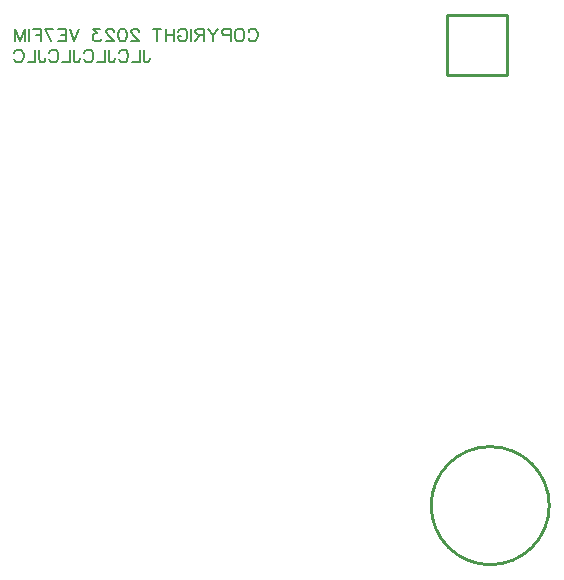
<source format=gbo>
G04 Layer: BottomSilkscreenLayer*
G04 EasyEDA v6.5.34, 2023-09-10 21:38:17*
G04 5915201a24e44bbb9a238a9ce508910a,5a6b42c53f6a479593ecc07194224c93,10*
G04 Gerber Generator version 0.2*
G04 Scale: 100 percent, Rotated: No, Reflected: No *
G04 Dimensions in millimeters *
G04 leading zeros omitted , absolute positions ,4 integer and 5 decimal *
%FSLAX45Y45*%
%MOMM*%

%ADD10C,0.1524*%
%ADD11C,0.1520*%
%ADD12C,0.2540*%

%LPD*%
D10*
X2766857Y5575752D02*
G01*
X2772054Y5586143D01*
X2782445Y5596534D01*
X2792834Y5601728D01*
X2813616Y5601728D01*
X2824007Y5596534D01*
X2834398Y5586143D01*
X2839595Y5575752D01*
X2844789Y5560164D01*
X2844789Y5534187D01*
X2839595Y5518602D01*
X2834398Y5508210D01*
X2824007Y5497819D01*
X2813616Y5492625D01*
X2792834Y5492625D01*
X2782445Y5497819D01*
X2772054Y5508210D01*
X2766857Y5518602D01*
X2701394Y5601728D02*
G01*
X2711785Y5596534D01*
X2722176Y5586143D01*
X2727373Y5575752D01*
X2732567Y5560164D01*
X2732567Y5534187D01*
X2727373Y5518602D01*
X2722176Y5508210D01*
X2711785Y5497819D01*
X2701394Y5492625D01*
X2680614Y5492625D01*
X2670223Y5497819D01*
X2659832Y5508210D01*
X2654635Y5518602D01*
X2649440Y5534187D01*
X2649440Y5560164D01*
X2654635Y5575752D01*
X2659832Y5586143D01*
X2670223Y5596534D01*
X2680614Y5601728D01*
X2701394Y5601728D01*
X2615150Y5601728D02*
G01*
X2615150Y5492625D01*
X2615150Y5601728D02*
G01*
X2568392Y5601728D01*
X2552804Y5596534D01*
X2547609Y5591337D01*
X2542415Y5580946D01*
X2542415Y5565360D01*
X2547609Y5554969D01*
X2552804Y5549775D01*
X2568392Y5544578D01*
X2615150Y5544578D01*
X2508125Y5601728D02*
G01*
X2466560Y5549775D01*
X2466560Y5492625D01*
X2424996Y5601728D02*
G01*
X2466560Y5549775D01*
X2390706Y5601728D02*
G01*
X2390706Y5492625D01*
X2390706Y5601728D02*
G01*
X2343947Y5601728D01*
X2328362Y5596534D01*
X2323165Y5591337D01*
X2317970Y5580946D01*
X2317970Y5570555D01*
X2323165Y5560164D01*
X2328362Y5554969D01*
X2343947Y5549775D01*
X2390706Y5549775D01*
X2354338Y5549775D02*
G01*
X2317970Y5492625D01*
X2283680Y5601728D02*
G01*
X2283680Y5492625D01*
X2171458Y5575752D02*
G01*
X2176655Y5586143D01*
X2187044Y5596534D01*
X2197435Y5601728D01*
X2218217Y5601728D01*
X2228608Y5596534D01*
X2238999Y5586143D01*
X2244194Y5575752D01*
X2249390Y5560164D01*
X2249390Y5534187D01*
X2244194Y5518602D01*
X2238999Y5508210D01*
X2228608Y5497819D01*
X2218217Y5492625D01*
X2197435Y5492625D01*
X2187044Y5497819D01*
X2176655Y5508210D01*
X2171458Y5518602D01*
X2171458Y5534187D01*
X2197435Y5534187D02*
G01*
X2171458Y5534187D01*
X2137168Y5601728D02*
G01*
X2137168Y5492625D01*
X2064433Y5601728D02*
G01*
X2064433Y5492625D01*
X2137168Y5549775D02*
G01*
X2064433Y5549775D01*
X1993775Y5601728D02*
G01*
X1993775Y5492625D01*
X2030143Y5601728D02*
G01*
X1957405Y5601728D01*
X1837910Y5575752D02*
G01*
X1837910Y5580946D01*
X1832714Y5591337D01*
X1827519Y5596534D01*
X1817128Y5601728D01*
X1796346Y5601728D01*
X1785955Y5596534D01*
X1780760Y5591337D01*
X1775564Y5580946D01*
X1775564Y5570555D01*
X1780760Y5560164D01*
X1791152Y5544578D01*
X1843105Y5492625D01*
X1770369Y5492625D01*
X1704906Y5601728D02*
G01*
X1720494Y5596534D01*
X1730885Y5580946D01*
X1736079Y5554969D01*
X1736079Y5539384D01*
X1730885Y5513405D01*
X1720494Y5497819D01*
X1704906Y5492625D01*
X1694515Y5492625D01*
X1678929Y5497819D01*
X1668538Y5513405D01*
X1663344Y5539384D01*
X1663344Y5554969D01*
X1668538Y5580946D01*
X1678929Y5596534D01*
X1694515Y5601728D01*
X1704906Y5601728D01*
X1623857Y5575752D02*
G01*
X1623857Y5580946D01*
X1618663Y5591337D01*
X1613466Y5596534D01*
X1603075Y5601728D01*
X1582295Y5601728D01*
X1571904Y5596534D01*
X1566707Y5591337D01*
X1561513Y5580946D01*
X1561513Y5570555D01*
X1566707Y5560164D01*
X1577098Y5544578D01*
X1629054Y5492625D01*
X1556316Y5492625D01*
X1511635Y5601728D02*
G01*
X1454485Y5601728D01*
X1485658Y5560164D01*
X1470073Y5560164D01*
X1459682Y5554969D01*
X1454485Y5549775D01*
X1449290Y5534187D01*
X1449290Y5523796D01*
X1454485Y5508210D01*
X1464876Y5497819D01*
X1480464Y5492625D01*
X1496049Y5492625D01*
X1511635Y5497819D01*
X1516832Y5503014D01*
X1522026Y5513405D01*
X1334990Y5601728D02*
G01*
X1293426Y5492625D01*
X1251864Y5601728D02*
G01*
X1293426Y5492625D01*
X1217574Y5601728D02*
G01*
X1217574Y5492625D01*
X1217574Y5601728D02*
G01*
X1150033Y5601728D01*
X1217574Y5549775D02*
G01*
X1176009Y5549775D01*
X1217574Y5492625D02*
G01*
X1150033Y5492625D01*
X1043005Y5601728D02*
G01*
X1094960Y5492625D01*
X1115743Y5601728D02*
G01*
X1043005Y5601728D01*
X1008715Y5601728D02*
G01*
X1008715Y5492625D01*
X1008715Y5601728D02*
G01*
X941174Y5601728D01*
X1008715Y5549775D02*
G01*
X967153Y5549775D01*
X906884Y5601728D02*
G01*
X906884Y5492625D01*
X872594Y5601728D02*
G01*
X872594Y5492625D01*
X872594Y5601728D02*
G01*
X831032Y5492625D01*
X789467Y5601728D02*
G01*
X831032Y5492625D01*
X789467Y5601728D02*
G01*
X789467Y5492625D01*
D11*
X1878434Y5423928D02*
G01*
X1878434Y5340802D01*
X1883630Y5325214D01*
X1888825Y5320019D01*
X1899216Y5314825D01*
X1909607Y5314825D01*
X1919998Y5320019D01*
X1925195Y5325214D01*
X1930389Y5340802D01*
X1930389Y5351193D01*
X1844144Y5423928D02*
G01*
X1844144Y5314825D01*
X1844144Y5314825D02*
G01*
X1781799Y5314825D01*
X1669577Y5397952D02*
G01*
X1674774Y5408343D01*
X1685165Y5418734D01*
X1695554Y5423928D01*
X1716336Y5423928D01*
X1726727Y5418734D01*
X1737118Y5408343D01*
X1742315Y5397952D01*
X1747509Y5382364D01*
X1747509Y5356387D01*
X1742315Y5340802D01*
X1737118Y5330410D01*
X1726727Y5320019D01*
X1716336Y5314825D01*
X1695554Y5314825D01*
X1685165Y5320019D01*
X1674774Y5330410D01*
X1669577Y5340802D01*
X1583334Y5423928D02*
G01*
X1583334Y5340802D01*
X1588528Y5325214D01*
X1593725Y5320019D01*
X1604114Y5314825D01*
X1614505Y5314825D01*
X1624896Y5320019D01*
X1630093Y5325214D01*
X1635287Y5340802D01*
X1635287Y5351193D01*
X1549044Y5423928D02*
G01*
X1549044Y5314825D01*
X1549044Y5314825D02*
G01*
X1486697Y5314825D01*
X1374475Y5397952D02*
G01*
X1379672Y5408343D01*
X1390063Y5418734D01*
X1400454Y5423928D01*
X1421234Y5423928D01*
X1431625Y5418734D01*
X1442016Y5408343D01*
X1447213Y5397952D01*
X1452407Y5382364D01*
X1452407Y5356387D01*
X1447213Y5340802D01*
X1442016Y5330410D01*
X1431625Y5320019D01*
X1421234Y5314825D01*
X1400454Y5314825D01*
X1390063Y5320019D01*
X1379672Y5330410D01*
X1374475Y5340802D01*
X1288232Y5423928D02*
G01*
X1288232Y5340802D01*
X1293426Y5325214D01*
X1298623Y5320019D01*
X1309014Y5314825D01*
X1319405Y5314825D01*
X1329794Y5320019D01*
X1334990Y5325214D01*
X1340185Y5340802D01*
X1340185Y5351193D01*
X1253942Y5423928D02*
G01*
X1253942Y5314825D01*
X1253942Y5314825D02*
G01*
X1191595Y5314825D01*
X1079375Y5397952D02*
G01*
X1084569Y5408343D01*
X1094960Y5418734D01*
X1105352Y5423928D01*
X1126134Y5423928D01*
X1136525Y5418734D01*
X1146914Y5408343D01*
X1152110Y5397952D01*
X1157305Y5382364D01*
X1157305Y5356387D01*
X1152110Y5340802D01*
X1146914Y5330410D01*
X1136525Y5320019D01*
X1126134Y5314825D01*
X1105352Y5314825D01*
X1094960Y5320019D01*
X1084569Y5330410D01*
X1079375Y5340802D01*
X993129Y5423928D02*
G01*
X993129Y5340802D01*
X998324Y5325214D01*
X1003520Y5320019D01*
X1013912Y5314825D01*
X1024303Y5314825D01*
X1034694Y5320019D01*
X1039888Y5325214D01*
X1045085Y5340802D01*
X1045085Y5351193D01*
X958839Y5423928D02*
G01*
X958839Y5314825D01*
X958839Y5314825D02*
G01*
X896495Y5314825D01*
X784273Y5397952D02*
G01*
X789467Y5408343D01*
X799858Y5418734D01*
X810249Y5423928D01*
X831032Y5423928D01*
X841423Y5418734D01*
X851814Y5408343D01*
X857008Y5397952D01*
X862205Y5382364D01*
X862205Y5356387D01*
X857008Y5340802D01*
X851814Y5330410D01*
X841423Y5320019D01*
X831032Y5314825D01*
X810249Y5314825D01*
X799858Y5320019D01*
X789467Y5330410D01*
X784273Y5340802D01*
D12*
G75*
G01
X5313291Y1562092D02*
G03X5313291Y1562092I-499999J0D01*
X4444992Y5714992D02*
G01*
X4952992Y5714992D01*
X4952992Y5206992D01*
X4444992Y5206992D01*
X4444992Y5714992D01*
M02*

</source>
